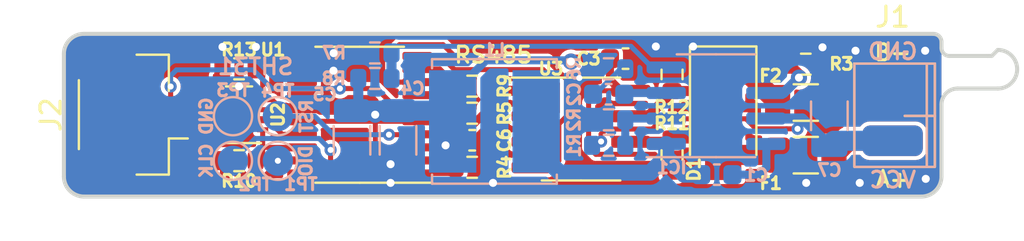
<source format=kicad_pcb>
(kicad_pcb (version 20221018) (generator pcbnew)
  (layers (0 "F.Cu" signal) (31 "B.Cu" signal) (34 "B.Paste" user) (35 "F.Paste" user) (36 "B.SilkS" user "B.Silkscreen") (37 "F.SilkS" user "F.Silkscreen") (38 "B.Mask" user) (39 "F.Mask" user) (44 "Edge.Cuts" user))
  (net 0 "")
  (net 1 "Net-(IC1-BST)")
  (net 2 "Net-(IC1-SW)")
  (net 3 "Net-(IC1-COMP)")
  (net 4 "Net-(C2-Pad2)")
  (net 5 "+3.3V")
  (net 6 "GND")
  (net 7 "Net-(D1-A1)")
  (net 8 "Net-(D1-A2)")
  (net 9 "A+")
  (net 10 "B-")
  (net 11 "Net-(IC1-EN)")
  (net 12 "Net-(IC1-FB)")
  (net 13 "Net-(IC1-FREQ)")
  (net 14 "VCC")
  (net 15 "ADC")
  (net 16 "RS_RX")
  (net 17 "Net-(U1-BOOT0)")
  (net 18 "SDA")
  (net 19 "SCL")
  (net 20 "Net-(U1-NRST)")
  (net 21 "Net-(U3-RO)")
  (net 24 "RS_TX")
  (net 25 "RS_TE")
  (net 30 "SWDIO")
  (net 31 "SWCLK")
  (footprint "Resistor_SMD:R_0603_1608Metric" (layer "F.Cu") (at 134.7014 122.1416)
    (fp_text reference "R13" (at -0.0014 -0.9516) (layer "F.SilkS") (effects (font (size 0.6 0.6))))
    (fp_text value "4k7")
    (fp_line (start -0.237258 -0.5225) (end 0.237258 -0.5225) (stroke (width 0.12)) (layer "F.SilkS"))
    (fp_line (start -0.237258 0.5225) (end 0.237258 0.5225) (stroke (width 0.12)) (layer "F.SilkS"))
    (pad "1" smd roundrect (at -0.825 0) (size 0.8 0.95) (layers "F.Cu" "F.Paste" "F.Mask") (net 5 "+3.3V"))
    (pad "2" smd roundrect (at 0.825 0) (size 0.8 0.95) (layers "F.Cu" "F.Paste" "F.Mask") (net 19 "SCL"))
  )
  (footprint "Resistor_SMD:R_0603_1608Metric" (layer "F.Cu") (at 162.86 121.91)
    (fp_text reference "R3" (at 1.77 -0.01) (layer "F.SilkS") (effects (font (size 0.6 0.6))))
    (fp_text value "100k")
    (fp_line (start -0.237258 -0.5225) (end 0.237258 -0.5225) (stroke (width 0.12)) (layer "F.SilkS"))
    (fp_line (start -0.237258 0.5225) (end 0.237258 0.5225) (stroke (width 0.12)) (layer "F.SilkS"))
    (pad "1" smd roundrect (at -0.825 0) (size 0.8 0.95) (layers "F.Cu" "F.Paste" "F.Mask") (net 13 "Net-(IC1-FREQ)"))
    (pad "2" smd roundrect (at 0.825 0) (size 0.8 0.95) (layers "F.Cu" "F.Paste" "F.Mask") (net 6 "GND"))
  )
  (footprint "Fuse:Fuse_1206_3216Metric" (layer "F.Cu") (at 162.86 126.44)
    (fp_text reference "F1" (at -1.74 1.4) (layer "F.SilkS") (effects (font (size 0.6 0.6))))
    (fp_text value "RSF")
    (fp_line (start -0.602064 -0.91) (end 0.602064 -0.91) (stroke (width 0.12)) (layer "F.SilkS"))
    (fp_line (start -0.602064 0.91) (end 0.602064 0.91) (stroke (width 0.12)) (layer "F.SilkS"))
    (pad "1" smd roundrect (at -1.4 0) (size 1.25 1.75) (layers "F.Cu" "F.Paste" "F.Mask") (roundrect_rratio 0.2) (net 8 "Net-(D1-A2)"))
    (pad "2" smd roundrect (at 1.4 0) (size 1.25 1.75) (layers "F.Cu" "F.Paste" "F.Mask") (roundrect_rratio 0.2) (net 9 "A+"))
  )
  (footprint "Anh_Footprints:Conn_02x02_Horizontal_2Layer" (layer "F.Cu") (at 167.1737 124.473)
    (fp_text reference "J1" (at 0 -4.91 unlocked) (layer "F.SilkS"))
    (fp_text value "Connector")
    (fp_line (start 0.6 0.01) (end 2.1 0.01) (stroke (width 0.12)) (layer "B.SilkS"))
    (fp_line (start 1.7 -2.59) (end 1.7 2.55) (stroke (width 0.12)) (layer "B.SilkS"))
    (fp_rect (start 2.1 -2.59) (end -1.9 2.55) (stroke (width 0.12)) (fill none) (layer "B.SilkS"))
    (fp_line (start 0.6 0.01) (end 2.1 0.01) (stroke (width 0.12)) (layer "F.SilkS"))
    (fp_line (start 1.7 -2.59) (end 1.7 2.55) (stroke (width 0.12)) (layer "F.SilkS"))
    (fp_rect (start -1.9 -2.59) (end 2.1 2.55) (stroke (width 0.12)) (fill none) (layer "F.SilkS"))
    (pad "1" smd roundrect (at 0 -1.29) (size 3 1.524) (layers "F.Cu" "F.Paste" "F.Mask") (net 10 "B-"))
    (pad "2" smd roundrect (at 0 1.25) (size 3 1.524) (layers "F.Cu" "F.Paste" "F.Mask") (net 9 "A+"))
    (pad "3" smd roundrect (at 0 1.25) (size 3 1.524) (layers "B.Cu" "B.Paste" "B.Mask") (net 14 "VCC"))
    (pad "4" smd roundrect (at 0 -1.29) (size 3 1.524) (layers "B.Cu" "B.Paste" "B.Mask") (net 6 "GND"))
  )
  (footprint "Resistor_SMD:R_0603_1608Metric" (layer "F.Cu") (at 146.2838 123.0052)
    (fp_text reference "R9" (at 1.6062 -0.0052 90) (layer "F.SilkS") (effects (font (size 0.6 0.6))))
    (fp_text value "100")
    (fp_line (start -0.237258 -0.5225) (end 0.237258 -0.5225) (stroke (width 0.12)) (layer "F.SilkS"))
    (fp_line (start -0.237258 0.5225) (end 0.237258 0.5225) (stroke (width 0.12)) (layer "F.SilkS"))
    (pad "1" smd roundrect (at -0.825 0) (size 0.8 0.95) (layers "F.Cu" "F.Paste" "F.Mask") (net 16 "RS_RX"))
    (pad "2" smd roundrect (at 0.825 0) (size 0.8 0.95) (layers "F.Cu" "F.Paste" "F.Mask") (net 21 "Net-(U3-RO)"))
  )
  (footprint "Sensor_Humidity:Sensirion_DFN-8-1EP_2.5x2.5mm_P0.5mm_EP1.1x1.7mm" (layer "F.Cu") (at 134.7014 124.4276 180)
    (fp_text reference "U2" (at -1.9386 -0.0024 90) (layer "F.SilkS") (effects (font (size 0.6 0.6))))
    (fp_text value "SHT31-DIS")
    (fp_line (start -1.09 -1.41) (end 0.65 -1.41) (stroke (width 0.12)) (layer "F.SilkS"))
    (fp_line (start -0.65 1.41) (end 0.65 1.41) (stroke (width 0.12)) (layer "F.SilkS"))
    (pad "1" smd rect (at -1.175 -0.75 180) (size 0.55 0.25) (layers "F.Cu" "F.Paste" "F.Mask") (net 18 "SDA"))
    (pad "2" smd rect (at -1.175 -0.25 180) (size 0.55 0.25) (layers "F.Cu" "F.Paste" "F.Mask") (net 6 "GND"))
    (pad "3" smd rect (at -1.175 0.25 180) (size 0.55 0.25) (layers "F.Cu" "F.Paste" "F.Mask"))
    (pad "4" smd rect (at -1.175 0.75) (size 0.55 0.25) (layers "F.Cu" "F.Paste" "F.Mask") (net 19 "SCL"))
    (pad "5" smd rect (at 1.175 0.75 180) (size 0.55 0.25) (layers "F.Cu" "F.Paste" "F.Mask") (net 5 "+3.3V"))
    (pad "6" smd rect (at 1.175 0.25 180) (size 0.55 0.25) (layers "F.Cu" "F.Paste" "F.Mask"))
    (pad "7" smd rect (at 1.175 -0.25 180) (size 0.55 0.25) (layers "F.Cu" "F.Paste" "F.Mask") (net 6 "GND"))
    (pad "8" smd rect (at 1.175 -0.75 180) (size 0.55 0.25) (layers "F.Cu" "F.Paste" "F.Mask") (net 6 "GND"))
    (pad "9" smd custom (at 0 0 180) (size 1 1) (layers "F.Cu" "F.Mask") (net 6 "GND") (options (clearance outline) (anchor circle)) (primitives (gr_poly (pts (xy 0.5 0.85) (xy -0.5 0.85) (xy -0.5 -0.55) (xy -0.2 -0.85) (xy 0.5 -0.85)) (width 0) (fill yes))))
  )
  (footprint "Connector_JST:JST_GH_BM02B-GHS-TBT_1x02-1MP_P1.25mm_Vertical" (layer "F.Cu") (at 129.3537 124.423 90)
    (fp_text reference "J2" (at 0 -4 90) (layer "F.SilkS"))
    (fp_text value "ADC")
    (fp_line (start -2.985 0.26) (end -2.985 1.86) (stroke (width 0.12)) (layer "F.SilkS"))
    (fp_line (start -2.985 1.86) (end -1.185 1.86) (stroke (width 0.12)) (layer "F.SilkS"))
    (fp_line (start -1.715 -2.61) (end 1.715 -2.61) (stroke (width 0.12)) (layer "F.SilkS"))
    (fp_line (start -1.185 1.86) (end -1.185 2.8) (stroke (width 0.12)) (layer "F.SilkS"))
    (fp_line (start 2.985 0.26) (end 2.985 1.86) (stroke (width 0.12)) (layer "F.SilkS"))
    (fp_line (start 2.985 1.86) (end 1.185 1.86) (stroke (width 0.12)) (layer "F.SilkS"))
    (pad "1" smd roundrect (at -0.625 1.95 90) (size 0.6 1.7) (layers "F.Cu" "F.Paste" "F.Mask") (net 6 "GND"))
    (pad "2" smd roundrect (at 0.625 1.95 90) (size 0.6 1.7) (layers "F.Cu" "F.Paste" "F.Mask") (net 15 "ADC"))
    (pad "MP" smd roundrect (at -2.475 -1.4 90) (size 1 2.8) (layers "F.Cu" "F.Paste" "F.Mask"))
    (pad "MP" smd roundrect (at 2.475 -1.4 90) (size 1 2.8) (layers "F.Cu" "F.Paste" "F.Mask"))
  )
  (footprint "Capacitor_SMD:C_0603_1608Metric" (layer "F.Cu") (at 146.2838 125.6976)
    (fp_text reference "C6" (at 1.5962 0.0024 90) (layer "F.SilkS") (effects (font (size 0.6 0.6))))
    (fp_text value "100nF")
    (fp_line (start -0.14058 -0.51) (end 0.14058 -0.51) (stroke (width 0.12)) (layer "F.SilkS"))
    (fp_line (start -0.14058 0.51) (end 0.14058 0.51) (stroke (width 0.12)) (layer "F.SilkS"))
    (pad "1" smd roundrect (at -0.775 0) (size 0.9 0.95) (layers "F.Cu" "F.Paste" "F.Mask") (net 5 "+3.3V"))
    (pad "2" smd roundrect (at 0.775 0) (size 0.9 0.95) (layers "F.Cu" "F.Paste" "F.Mask") (net 6 "GND"))
  )
  (footprint "Package_SO:TSSOP-20_4.4x6.5mm_P0.65mm" (layer "F.Cu") (at 140.6958 124.4276 180)
    (fp_text reference "U1" (at 4.3058 3.2376) (layer "F.SilkS") (effects (font (size 0.6 0.6))))
    (fp_text value "STM32F030F4Px")
    (fp_line (start 0 -3.385) (end -3.6 -3.385) (stroke (width 0.12)) (layer "F.SilkS"))
    (fp_line (start 0 -3.385) (end 2.2 -3.385) (stroke (width 0.12)) (layer "F.SilkS"))
    (fp_line (start 0 3.385) (end -2.2 3.385) (stroke (width 0.12)) (layer "F.SilkS"))
    (fp_line (start 0 3.385) (end 2.2 3.385) (stroke (width 0.12)) (layer "F.SilkS"))
    (pad "1" smd roundrect (at -2.8625 -2.925 180) (size 1.475 0.4) (layers "F.Cu" "F.Paste" "F.Mask") (net 17 "Net-(U1-BOOT0)"))
    (pad "2" smd roundrect (at -2.8625 -2.275 180) (size 1.475 0.4) (layers "F.Cu" "F.Paste" "F.Mask"))
    (pad "3" smd roundrect (at -2.8625 -1.625 180) (size 1.475 0.4) (layers "F.Cu" "F.Paste" "F.Mask"))
    (pad "4" smd roundrect (at -2.8625 -0.975 180) (size 1.475 0.4) (layers "F.Cu" "F.Paste" "F.Mask") (net 20 "Net-(U1-NRST)"))
    (pad "5" smd roundrect (at -2.8625 -0.325 180) (size 1.475 0.4) (layers "F.Cu" "F.Paste" "F.Mask") (net 5 "+3.3V"))
    (pad "6" smd roundrect (at -2.8625 0.325 180) (size 1.475 0.4) (layers "F.Cu" "F.Paste" "F.Mask") (net 15 "ADC"))
    (pad "7" smd roundrect (at -2.8625 0.975 180) (size 1.475 0.4) (layers "F.Cu" "F.Paste" "F.Mask"))
    (pad "8" smd roundrect (at -2.8625 1.625 180) (size 1.475 0.4) (layers "F.Cu" "F.Paste" "F.Mask") (net 24 "RS_TX"))
    (pad "9" smd roundrect (at -2.8625 2.275 180) (size 1.475 0.4) (layers "F.Cu" "F.Paste" "F.Mask") (net 16 "RS_RX"))
    (pad "10" smd roundrect (at -2.8625 2.925 180) (size 1.475 0.4) (layers "F.Cu" "F.Paste" "F.Mask") (net 25 "RS_TE"))
    (pad "11" smd roundrect (at 2.8625 2.925 180) (size 1.475 0.4) (layers "F.Cu" "F.Paste" "F.Mask"))
    (pad "12" smd roundrect (at 2.8625 2.275 180) (size 1.475 0.4) (layers "F.Cu" "F.Paste" "F.Mask"))
    (pad "13" smd roundrect (at 2.8625 1.625 180) (size 1.475 0.4) (layers "F.Cu" "F.Paste" "F.Mask"))
    (pad "14" smd roundrect (at 2.8625 0.975 180) (size 1.475 0.4) (layers "F.Cu" "F.Paste" "F.Mask"))
    (pad "15" smd roundrect (at 2.8625 0.325 180) (size 1.475 0.4) (layers "F.Cu" "F.Paste" "F.Mask") (net 6 "GND"))
    (pad "16" smd roundrect (at 2.8625 -0.325 180) (size 1.475 0.4) (layers "F.Cu" "F.Paste" "F.Mask") (net 5 "+3.3V"))
    (pad "17" smd roundrect (at 2.8625 -0.975 180) (size 1.475 0.4) (layers "F.Cu" "F.Paste" "F.Mask") (net 19 "SCL"))
    (pad "18" smd roundrect (at 2.8625 -1.625 180) (size 1.475 0.4) (layers "F.Cu" "F.Paste" "F.Mask") (net 18 "SDA"))
    (pad "19" smd roundrect (at 2.8625 -2.275 180) (size 1.475 0.4) (layers "F.Cu" "F.Paste" "F.Mask") (net 30 "SWDIO"))
    (pad "20" smd roundrect (at 2.8625 -2.925 180) (size 1.475 0.4) (layers "F.Cu" "F.Paste" "F.Mask") (net 31 "SWCLK"))
  )
  (footprint "Package_SO:SOIC-8_3.9x4.9mm_P1.27mm" (layer "F.Cu") (at 151.694 125.1388)
    (fp_text reference "U3" (at -1.494 -2.9988) (layer "F.SilkS") (effects (font (size 0.6 0.6))))
    (fp_text value "SP3485EN")
    (fp_line (start 0 -2.56) (end -3.45 -2.56) (stroke (width 0.12)) (layer "F.SilkS"))
    (fp_line (start 0 -2.56) (end 1.95 -2.56) (stroke (width 0.12)) (layer "F.SilkS"))
    (fp_line (start 0 2.56) (end -1.95 2.56) (stroke (width 0.12)) (layer "F.SilkS"))
    (fp_line (start 0 2.56) (end 1.95 2.56) (stroke (width 0.12)) (layer "F.SilkS"))
    (pad "1" smd roundrect (at -2.475 -1.905) (size 1.95 0.6) (layers "F.Cu" "F.Paste" "F.Mask") (net 21 "Net-(U3-RO)"))
    (pad "2" smd roundrect (at -2.475 -0.635) (size 1.95 0.6) (layers "F.Cu" "F.Paste" "F.Mask") (net 25 "RS_TE"))
    (pad "3" smd roundrect (at -2.475 0.635) (size 1.95 0.6) (layers "F.Cu" "F.Paste" "F.Mask") (net 25 "RS_TE"))
    (pad "4" smd roundrect (at -2.475 1.905) (size 1.95 0.6) (layers "F.Cu" "F.Paste" "F.Mask") (net 24 "RS_TX"))
    (pad "5" smd roundrect (at 2.475 1.905) (size 1.95 0.6) (layers "F.Cu" "F.Paste" "F.Mask") (net 6 "GND"))
    (pad "6" smd roundrect (at 2.475 0.635) (size 1.95 0.6) (layers "F.Cu" "F.Paste" "F.Mask") (net 8 "Net-(D1-A2)"))
    (pad "7" smd roundrect (at 2.475 -0.635) (size 1.95 0.6) (layers "F.Cu" "F.Paste" "F.Mask") (net 7 "Net-(D1-A1)"))
    (pad "8" smd roundrect (at 2.475 -1.905) (size 1.95 0.6) (layers "F.Cu" "F.Paste" "F.Mask") (net 5 "+3.3V"))
  )
  (footprint "Resistor_SMD:R_0603_1608Metric" (layer "F.Cu") (at 156.2152 122.421 90)
    (fp_text reference "R12" (at -1.629 -0.0052 180) (layer "F.SilkS") (effects (font (size 0.6 0.6))))
    (fp_text value "4k7")
    (fp_line (start -0.237258 -0.5225) (end 0.237258 -0.5225) (stroke (width 0.12)) (layer "F.SilkS"))
    (fp_line (start -0.237258 0.5225) (end 0.237258 0.5225) (stroke (width 0.12)) (layer "F.SilkS"))
    (pad "1" smd roundrect (at -0.825 0 90) (size 0.8 0.95) (layers "F.Cu" "F.Paste" "F.Mask") (net 7 "Net-(D1-A1)"))
    (pad "2" smd roundrect (at 0.825 0 90) (size 0.8 0.95) (layers "F.Cu" "F.Paste" "F.Mask") (net 6 "GND"))
  )
  (footprint "Resistor_SMD:R_0603_1608Metric" (layer "F.Cu") (at 146.2838 127.0438 180)
    (fp_text reference "R4" (at -1.6162 0.0038 90) (layer "F.SilkS") (effects (font (size 0.6 0.6))))
    (fp_text value "5k6")
    (fp_line (start -0.237258 -0.5225) (end 0.237258 -0.5225) (stroke (width 0.12)) (layer "F.SilkS"))
    (fp_line (start -0.237258 0.5225) (end 0.237258 0.5225) (stroke (width 0.12)) (layer "F.SilkS"))
    (pad "1" smd roundrect (at -0.825 0 180) (size 0.8 0.95) (layers "F.Cu" "F.Paste" "F.Mask") (net 6 "GND"))
    (pad "2" smd roundrect (at 0.825 0 180) (size 0.8 0.95) (layers "F.Cu" "F.Paste" "F.Mask") (net 17 "Net-(U1-BOOT0)"))
  )
  (footprint "Capacitor_SMD:C_0603_1608Metric" (layer "F.Cu") (at 153.9038 121.6336)
    (fp_text reference "C3" (at -1.8338 0.0064) (layer "F.SilkS") (effects (font (size 0.6 0.6))))
    (fp_text value "100nF")
    (fp_line (start -0.14058 -0.51) (end 0.14058 -0.51) (stroke (width 0.12)) (layer "F.SilkS"))
    (fp_line (start -0.14058 0.51) (end 0.14058 0.51) (stroke (width 0.12)) (layer "F.SilkS"))
    (pad "1" smd roundrect (at -0.775 0) (size 0.9 0.95) (layers "F.Cu" "F.Paste" "F.Mask") (net 5 "+3.3V"))
    (pad "2" smd roundrect (at 0.775 0) (size 0.9 0.95) (layers "F.Cu" "F.Paste" "F.Mask") (net 6 "GND"))
  )
  (footprint "Resistor_SMD:R_0603_1608Metric" (layer "F.Cu") (at 134.7014 126.7136)
    (fp_text reference "R10" (at -0.0014 1.0164) (layer "F.SilkS") (effects (font (size 0.6 0.6))))
    (fp_text value "4k7")
    (fp_line (start -0.237258 -0.5225) (end 0.237258 -0.5225) (stroke (width 0.12)) (layer "F.SilkS"))
    (fp_line (start -0.237258 0.5225) (end 0.237258 0.5225) (stroke (width 0.12)) (layer "F.SilkS"))
    (pad "1" smd roundrect (at -0.825 0) (size 0.8 0.95) (layers "F.Cu" "F.Paste" "F.Mask") (net 5 "+3.3V"))
    (pad "2" smd roundrect (at 0.825 0) (size 0.8 0.95) (layers "F.Cu" "F.Paste" "F.Mask") (net 18 "SDA"))
  )
  (footprint "Fuse:Fuse_1206_3216Metric" (layer "F.Cu") (at 162.86 123.82)
    (fp_text reference "F2" (at -1.75 -1.33) (layer "F.SilkS") (effects (font (size 0.6 0.6))))
    (fp_text value "RSF")
    (fp_line (start -0.602064 -0.91) (end 0.602064 -0.91) (stroke (width 0.12)) (layer "F.SilkS"))
    (fp_line (start -0.602064 0.91) (end 0.602064 0.91) (stroke (width 0.12)) (layer "F.SilkS"))
    (pad "1" smd roundrect (at -1.4 0) (size 1.25 1.75) (layers "F.Cu" "F.Paste" "F.Mask") (roundrect_rratio 0.2) (net 7 "Net-(D1-A1)"))
    (pad "2" smd roundrect (at 1.4 0) (size 1.25 1.75) (layers "F.Cu" "F.Paste" "F.Mask") (roundrect_rratio 0.2) (net 10 "B-"))
  )
  (footprint "Resistor_SMD:R_0603_1608Metric" (layer "F.Cu") (at 156.2152 126.4342 90)
    (fp_text reference "R11" (at 1.5742 -0.0052) (layer "F.SilkS") (effects (font (size 0.6 0.6))))
    (fp_text value "4k7")
    (fp_line (start -0.237258 -0.5225) (end 0.237258 -0.5225) (stroke (width 0.12)) (layer "F.SilkS"))
    (fp_line (start -0.237258 0.5225) (end 0.237258 0.5225) (stroke (width 0.12)) (layer "F.SilkS"))
    (pad "1" smd roundrect (at -0.825 0 90) (size 0.8 0.95) (layers "F.Cu" "F.Paste" "F.Mask") (net 5 "+3.3V"))
    (pad "2" smd roundrect (at 0.825 0 90) (size 0.8 0.95) (layers "F.Cu" "F.Paste" "F.Mask") (net 8 "Net-(D1-A2)"))
  )
  (footprint "Diode_SMD:D_SMA" (layer "F.Cu") (at 158.7552 124.4276 -90)
    (fp_text reference "D1" (at 2.7224 1.4552 90) (layer "F.SilkS") (effects (font (size 0.6 0.6))))
    (fp_text value "D_TVS")
    (fp_line (start -3.4 -1.65) (end -3.4 1.65) (stroke (width 0.12)) (layer "F.SilkS"))
    (fp_line (start -3.4 -1.65) (end 2 -1.65) (stroke (width 0.12)) (layer "F.SilkS"))
    (fp_line (start -3.4 1.65) (end 2 1.65) (stroke (width 0.12)) (layer "F.SilkS"))
    (pad "1" smd rect (at -2 0 270) (size 2.5 1.8) (layers "F.Cu" "F.Paste" "F.Mask") (net 7 "Net-(D1-A1)"))
    (pad "2" smd rect (at 2 0 270) (size 2.5 1.8) (layers "F.Cu" "F.Paste" "F.Mask") (net 8 "Net-(D1-A2)"))
  )
  (footprint "Resistor_SMD:R_0603_1608Metric" (layer "F.Cu") (at 146.2838 124.3514)
    (fp_text reference "R5" (at 1.6062 0.0086 90) (layer "F.SilkS") (effects (font (size 0.6 0.6))))
    (fp_text value "10k")
    (fp_line (start -0.237258 -0.5225) (end 0.237258 -0.5225) (stroke (width 0.12)) (layer "F.SilkS"))
    (fp_line (start -0.237258 0.5225) (end 0.237258 0.5225) (stroke (width 0.12)) (layer "F.SilkS"))
    (pad "1" smd roundrect (at -0.825 0) (size 0.8 0.95) (layers "F.Cu" "F.Paste" "F.Mask") (net 20 "Net-(U1-NRST)"))
    (pad "2" smd roundrect (at 0.825 0) (size 0.8 0.95) (layers "F.Cu" "F.Paste" "F.Mask") (net 5 "+3.3V"))
  )
  (footprint "TestPoint:TestPoint_Pad_D1.5mm" (layer "B.Cu") (at 134.399896 124.4994)
    (fp_text reference "TP3" (at 0.000104 -1.2894) (layer "B.SilkS") (effects (font (size 0.6 0.6)) (justify mirror)))
    (fp_text value "GND")
    (fp_circle (center 0 0) (end 0 -0.95) (stroke (width 0.12)) (fill none) (layer "B.SilkS"))
    (pad "1" smd circle (at 0 0) (size 1.5 1.5) (layers "B.Cu" "B.Mask") (net 6 "GND"))
  )
  (footprint "TestPoint:TestPoint_Pad_D1.5mm" (layer "B.Cu") (at 134.3948 126.72)
    (fp_text reference "TP2" (at 1.0952 1.18) (layer "B.SilkS") (effects (font (size 0.6 0.6)) (justify mirror)))
    (fp_text value "CLK")
    (fp_circle (center 0 0) (end 0 -0.95) (stroke (width 0.12)) (fill none) (layer "B.SilkS"))
    (pad "1" smd circle (at 0 0) (size 1.5 1.5) (layers "B.Cu" "B.Mask") (net 31 "SWCLK"))
  )
  (footprint "Capacitor_SMD:C_1206_3216Metric" (layer "B.Cu") (at 164.03 124.48 90)
    (fp_text reference "C7" (at -2.71 0.01 180) (layer "B.SilkS") (effects (font (size 0.6 0.6)) (justify mirror)))
    (fp_text value "10uF")
    (fp_line (start -0.711252 -0.91) (end 0.711252 -0.91) (stroke (width 0.12)) (layer "B.SilkS"))
    (fp_line (start -0.711252 0.91) (end 0.711252 0.91) (stroke (width 0.12)) (layer "B.SilkS"))
    (pad "1" smd roundrect (at -1.475 0 90) (size 1.15 1.8) (layers "B.Cu" "B.Paste" "B.Mask") (roundrect_rratio 0.217391) (net 14 "VCC"))
    (pad "2" smd roundrect (at 1.475 0 90) (size 1.15 1.8) (layers "B.Cu" "B.Paste" "B.Mask") (roundrect_rratio 0.217391) (net 6 "GND"))
  )
  (footprint "Package_SO:SOIC-8-1EP_3.9x4.9mm_P1.27mm_EP2.29x3mm" (layer "B.Cu") (at 158.4 123.98)
    (fp_text reference "IC1" (at -2.2 3.08) (layer "B.SilkS") (effects (font (size 0.6 0.6)) (justify mirror)))
    (fp_text value "MP1584EN")
    (fp_line (start 0 -2.56) (end -1.95 -2.56) (stroke (width 0.12)) (layer "B.SilkS"))
    (fp_line (start 0 -2.56) (end 1.95 -2.56) (stroke (width 0.12)) (layer "B.SilkS"))
    (fp_line (start 0 2.56) (end -3.45 2.56) (stroke (width 0.12)) (layer "B.SilkS"))
    (fp_line (start 0 2.56) (end 1.95 2.56) (stroke (width 0.12)) (layer "B.SilkS"))
    (pad "1" smd roundrect (at -2.475 1.905) (size 1.95 0.6) (layers "B.Cu" "B.Paste" "B.Mask") (net 2 "Net-(IC1-SW)"))
    (pad "2" smd roundrect (at -2.475 0.635) (size 1.95 0.6) (layers "B.Cu" "B.Paste" "B.Mask") (net 11 "Net-(IC1-EN)"))
    (pad "3" smd roundrect (at -2.475 -0.635) (size 1.95 0.6) (layers "B.Cu" "B.Paste" "B.Mask") (net 3 "Net-(IC1-COMP)"))
    (pad "4" smd roundrect (at -2.475 -1.905) (size 1.95 0.6) (layers "B.Cu" "B.Paste" "B.Mask") (net 12 "Net-(IC1-FB)"))
    (pad "5" smd roundrect (at 2.475 -1.905) (size 1.95 0.6) (layers "B.Cu" "B.Paste" "B.Mask") (net 6 "GND"))
    (pad "6" smd roundrect (at 2.475 -0.635) (size 1.95 0.6) (layers "B.Cu" "B.Paste" "B.Mask") (net 13 "Net-(IC1-FREQ)"))
    (pad "7" smd roundrect (at 2.475 0.635) (size 1.95 0.6) (layers "B.Cu" "B.Paste" "B.Mask") (net 14 "VCC"))
    (pad "8" smd roundrect (at 2.475 1.905) (size 1.95 0.6) (layers "B.Cu" "B.Paste" "B.Mask") (net 1 "Net-(IC1-BST)"))
    (pad "9" smd rect (at 0 0) (size 2.29 3) (layers "B.Cu" "B.Mask") (net 6 "GND"))
  )
  (footprint "Resistor_SMD:R_0603_1608Metric" (layer "B.Cu") (at 153.066 125.9486)
    (fp_text reference "R1" (at -1.716 0.0114 90) (layer "B.SilkS") (effects (font (size 0.6 0.6)) (justify mirror)))
    (fp_text value "100k")
    (fp_line (start -0.237258 -0.5225) (end 0.237258 -0.5225) (stroke (width 0.12)) (layer "B.SilkS"))
    (fp_line (start -0.237258 0.5225) (end 0.237258 0.5225) (stroke (width 0.12)) (layer "B.SilkS"))
    (pad "1" smd roundrect (at -0.825 0) (size 0.8 0.95) (layers "B.Cu" "B.Paste" "B.Mask") (net 14 "VCC"))
    (pad "2" smd roundrect (at 0.825 0) (size 0.8 0.95) (layers "B.Cu" "B.Paste" "B.Mask") (net 11 "Net-(IC1-EN)"))
  )
  (footprint "Capacitor_SMD:C_0603_1608Metric" (layer "B.Cu") (at 158.44 127.41 180)
    (fp_text reference "C1" (at -1.96 -0.02) (layer "B.SilkS") (effects (font (size 0.6 0.6)) (justify mirror)))
    (fp_text value "100nF")
    (fp_line (start -0.14058 -0.51) (end 0.14058 -0.51) (stroke (width 0.12)) (layer "B.SilkS"))
    (fp_line (start -0.14058 0.51) (end 0.14058 0.51) (stroke (width 0.12)) (layer "B.SilkS"))
    (pad "1" smd roundrect (at -0.775 0 180) (size 0.9 0.95) (layers "B.Cu" "B.Paste" "B.Mask") (net 1 "Net-(IC1-BST)"))
    (pad "2" smd roundrect (at 0.775 0 180) (size 0.9 0.95) (layers "B.Cu" "B.Paste" "B.Mask") (net 2 "Net-(IC1-SW)"))
  )
  (footprint "TestPoint:TestPoint_Pad_D1.5mm" (layer "B.Cu") (at 136.63 126.72)
    (fp_text reference "TP1" (at 1.14 1.17) (layer "B.SilkS") (effects (font (size 0.6 0.6)) (justify mirror)))
    (fp_text value "DIO")
    (fp_circle (center 0 0) (end 0 -0.95) (stroke (width 0.12)) (fill none) (layer "B.SilkS"))
    (pad "1" smd circle (at 0 0) (size 1.5 1.5) (layers "B.Cu" "B.Mask") (net 30 "SWDIO"))
  )
  (footprint "TestPoint:TestPoint_Pad_D1.5mm" (layer "B.Cu") (at 136.629896 124.4994)
    (fp_text reference "TP4" (at -0.009896 -1.2594) (layer "B.SilkS") (effects (font (size 0.6 0.6)) (justify mirror)))
    (fp_text value "RESET")
    (fp_circle (center 0 0) (end 0 -0.95) (stroke (width 0.12)) (fill none) (layer "B.SilkS"))
    (pad "1" smd circle (at 0 0) (size 1.5 1.5) (layers "B.Cu" "B.Mask") (net 20 "Net-(U1-NRST)"))
  )
  (footprint "Resistor_SMD:R_0603_1608Metric" (layer "B.Cu") (at 153.066 122.1386 180)
    (fp_text reference "R6" (at 1.716 0.0086 90) (layer "B.SilkS") (effects (font (size 0.6 0.6)) (justify mirror)))
    (fp_text value "100k")
    (fp_line (start -0.237258 -0.5225) (end 0.237258 -0.5225) (stroke (width 0.12)) (layer "B.SilkS"))
    (fp_line (start -0.237258 0.5225) (end 0.237258 0.5225) (stroke (width 0.12)) (layer "B.SilkS"))
    (pad "1" smd roundrect (at -0.825 0 180) (size 0.8 0.95) (layers "B.Cu" "B.Paste" "B.Mask") (net 4 "Net-(C2-Pad2)"))
    (pad "2" smd roundrect (at 0.825 0 180) (size 0.8 0.95) (layers "B.Cu" "B.Paste" "B.Mask") (net 6 "GND"))
  )
  (footprint "Capacitor_SMD:C_1206_3216Metric" (layer "B.Cu") (at 140.314 125.7 -90)
    (fp_text reference "C5" (at -2.28 1.354 180) (layer "B.SilkS") (effects (font (size 0.6 0.6)) (justify mirror)))
    (fp_text value "10uF")
    (fp_line (start -0.711252 -0.91) (end 0.711252 -0.91) (stroke (width 0.12)) (layer "B.SilkS"))
    (fp_line (start -0.711252 0.91) (end 0.711252 0.91) (stroke (width 0.12)) (layer "B.SilkS"))
    (pad "1" smd roundrect (at -1.475 0 270) (size 1.15 1.8) (layers "B.Cu" "B.Paste" "B.Mask") (roundrect_rratio 0.217391) (net 5 "+3.3V"))
    (pad "2" smd roundrect (at 1.475 0 270) (size 1.15 1.8) (layers "B.Cu" "B.Paste" "B.Mask") (roundrect_rratio 0.217391) (net 6 "GND"))
  )
  (footprint "Resistor_SMD:R_0603_1608Metric" (layer "B.Cu") (at 141.45 121.35 180)
    (fp_text reference "R7" (at 2.03 0) (layer "B.SilkS") (effects (font (size 0.6 0.6)) (justify mirror)))
    (fp_text value "22k")
    (fp_line (start -0.237258 -0.5225) (end 0.237258 -0.5225) (stroke (width 0.12)) (layer "B.SilkS"))
    (fp_line (start -0.237258 0.5225) (end 0.237258 0.5225) (stroke (width 0.12)) (layer "B.SilkS"))
    (pad "1" smd roundrect (at -0.825 0 180) (size 0.8 0.95) (layers "B.Cu" "B.Paste" "B.Mask") (net 12 "Net-(IC1-FB)"))
    (pad "2" smd roundrect (at 0.825 0 180) (size 0.8 0.95) (layers "B.Cu" "B.Paste" "B.Mask") (net 6 "GND"))
  )
  (footprint "Capacitor_SMD:C_1206_3216Metric" (layer "B.Cu") (at 142.6 125.7 -90)
    (fp_text reference "C4" (at -2.58 -0.73 180) (layer "B.SilkS") (effects (font (size 0.6 0.6)) (justify mirror)))
    (fp_text value "1uF")
    (fp_line (start -0.711252 -0.91) (end 0.711252 -0.91) (stroke (width 0.12)) (layer "B.SilkS"))
    (fp_line (start -0.711252 0.91) (end 0.711252 0.91) (stroke (width 0.12)) (layer "B.SilkS"))
    (pad "1" smd roundrect (at -1.475 0 270) (size 1.15 1.8) (layers "B.Cu" "B.Paste" "B.Mask") (roundrect_rratio 0.217391) (net 5 "+3.3V"))
    (pad "2" smd roundrect (at 1.475 0 270) (size 1.15 1.8) (layers "B.Cu" "B.Paste" "B.Mask") (roundrect_rratio 0.217391) (net 6 "GND"))
  )
  (footprint "Capacitor_SMD:C_0603_1608Metric" (layer "B.Cu") (at 153.066 123.4086 180)
    (fp_text reference "C2" (at 1.716 -0.0014 90) (layer "B.SilkS") (effects (font (size 0.6 0.6)) (justify mirror)))
    (fp_text value "22pF")
    (fp_line (start -0.14058 -0.51) (end 0.14058 -0.51) (stroke (width 0.12)) (layer "B.SilkS"))
    (fp_line (start -0.14058 0.51) (end 0.14058 0.51) (stroke (width 0.12)) (layer "B.SilkS"))
    (pad "1" smd roundrect (at -0.775 0 180) (size 0.9 0.95) (layers "B.Cu" "B.Paste" "B.Mask") (net 3 "Net-(IC1-COMP)"))
    (pad "2" smd roundrect (at 0.775 0 180) (size 0.9 0.95) (layers "B.Cu" "B.Paste" "B.Mask") (net 4 "Net-(C2-Pad2)"))
  )
  (footprint "Inductor_SMD:L_Bourns_SRN6045TA" (layer "B.Cu") (at 147.39 124.76 180)
    (fp_text reference "L1" (at 0 3.55) (layer "B.SilkS") (effects (font (size 0.6 0.6)) (justify mirror)))
    (fp_text value "10uH")
    (fp_line (start -3.1 -3.1) (end -3.1 -2.65) (stroke (width 0.12)) (layer "B.SilkS"))
    (fp_line (start -3.1 3.1) (end -3.1 2.65) (stroke (width 0.12)) (layer "B.SilkS"))
    (fp_line (start -3.1 3.1) (end 3.1 3.1) (stroke (width 0.12)) (layer "B.SilkS"))
    (fp_line (start 3.1 -3.1) (end -3.1 -3.1) (stroke (width 0.12)) (layer "B.SilkS"))
    (fp_line (start 3.1 -3.1) (end 3.1 -2.65) (stroke (width 0.12)) (layer "B.SilkS"))
    (fp_line (start 3.1 3.1) (end 3.1 2.65) (stroke (width 0.12)) (layer "B.SilkS"))
    (pad "1" smd rect (at -2.075 0 180) (size 2.35 5.1) (layers "B.Cu" "B.Paste" "B.Mask") (net 2 "Net-(IC1-SW)"))
    (pad "2" smd rect (at 2.075 0 180) (size 2.35 5.1) (layers "B.Cu" "B.Paste" "B.Mask") (net 5 "+3.3V"))
  )
  (footprint "Resistor_SMD:R_0603_1608Metric" (layer "B.Cu") (at 153.066 124.6786 180)
    (fp_text reference "R2" (at 1.726 -0.0014 90) (layer "B.SilkS") (effects (font (size 0.6 0.6)) (justify mirror)))
    (fp_text value "100k")
    (fp_line (start -0.237258 -0.5225) (end 0.237258 -0.5225) (stroke (width 0.12)) (layer "B.SilkS"))
    (fp_line (start -0.237258 0.5225) (end 0.237258 0.5225) (stroke (width 0.12)) (layer "B.SilkS"))
    (pad "1" smd roundrect (at -0.825 0 180) (size 0.8 0.95) (layers "B.Cu" "B.Paste" "B.Mask") (net 11 "Net-(IC1-EN)"))
    (pad "2" smd roundrect (at 0.825 0 180) (size 0.8 0.95) (layers "B.Cu" "B.Paste" "B.Mask") (net 6 "GND"))
  )
  (footprint "Resistor_SMD:R_0603_1608Metric" (layer "B.Cu") (at 141.45 122.62 180)
    (fp_text reference "R8" (at 2.04 0) (layer "B.SilkS") (effects (font (size 0.6 0.6)) (justify mirror)))
    (fp_text value "68k")
    (fp_line (start -0.237258 -0.5225) (end 0.237258 -0.5225) (stroke (width 0.12)) (layer "B.SilkS"))
    (fp_line (start -0.237258 0.5225) (end 0.237258 0.5225) (stroke (width 0.12)) (layer "B.SilkS"))
    (pad "1" smd roundrect (at -0.825 0 180) (size 0.8 0.95) (layers "B.Cu" "B.Paste" "B.Mask") (net 12 "Net-(IC1-FB)"))
    (pad "2" smd roundrect (at 0.825 0 180) (size 0.8 0.95) (layers "B.Cu" "B.Paste" "B.Mask") (net 5 "+3.3V"))
  )
  (gr_arc (start 169.6 127.5) (mid 169.307107 128.207106) (end 168.6 128.5) (stroke (width 0.2)) (layer "Edge.Cuts"))
  (gr_line (start 169.6 120.8) (end 169.6 121.103) (stroke (width 0.2)) (layer "Edge.Cuts"))
  (gr_arc (start 169.6 123.923) (mid 169.834315 123.357315) (end 170.4 123.123) (stroke (width 0.2)) (layer "Edge.Cuts"))
  (gr_line (start 171.897 121.5) (end 172.1 121.5) (stroke (width 0.2)) (layer "Edge.Cuts"))
  (gr_arc (start 169.997 121.5) (mid 169.716279 121.383721) (end 169.6 121.103) (stroke (width 0.2)) (layer "Edge.Cuts"))
  (gr_line (start 169.997 121.5) (end 171.897 121.5) (stroke (width 0.2)) (layer "Edge.Cuts"))
  (gr_line (start 169.2 120.4) (end 127 120.4) (stroke (width 0.2)) (layer "Edge.Cuts"))
  (gr_arc (start 126 121.4) (mid 126.292893 120.692894) (end 127 120.4) (stroke (width 0.2)) (layer "Edge.Cuts"))
  (gr_arc (start 127 128.5) (mid 126.292894 128.207107) (end 126 127.5) (stroke (width 0.2)) (layer "Edge.Cuts"))
  (gr_arc (start 169.203 120.403) (mid 169.483719 120.519281) (end 169.6 120.8) (stroke (width 0.2)) (layer "Edge.Cuts"))
  (gr_arc (start 172.4 121.2) (mid 173.3615 122.1615) (end 172.4 123.123) (stroke (width 0.2)) (layer "Edge.Cuts"))
  (gr_line (start 169.6 127.5) (end 169.6 123.923) (stroke (width 0.2)) (layer "Edge.Cuts"))
  (gr_line (start 126 121.4) (end 126 127.5) (stroke (width 0.2)) (layer "Edge.Cuts"))
  (gr_line (start 170.4 123.123) (end 172.4 123.123) (stroke (width 0.2)) (layer "Edge.Cuts"))
  (gr_line (start 127 128.5) (end 168.6 128.5) (stroke (width 0.2)) (layer "Edge.Cuts"))
  (gr_line (start 172.1 121.5) (end 172.4 121.2) (stroke (width 0.2)) (layer "Edge.Cuts"))
  (gr_text "CLK" (at 133.07 126.72 90) (layer "B.SilkS") (effects (font (size 0.6 0.6)) (justify mirror)))
  (gr_text "GND" (at 133.07 124.5 90) (layer "B.SilkS") (effects (font (size 0.6 0.6)) (justify mirror)))
  (gr_text "VCC" (at 167.18 127.67) (layer "B.SilkS") (effects (font (size 0.8 0.8)) (justify mirror)))
  (gr_text "RST" (at 138.05 124.5 90) (layer "B.SilkS") (effects (font (size 0.6 0.6)) (justify mirror)))
  (gr_text "GND" (at 167.18 121.28) (layer "B.SilkS") (effects (font (size 0.8 0.8)) (justify mirror)))
  (gr_text "DIO" (at 138.02 126.73 90) (layer "B.SilkS") (effects (font (size 0.6 0.6)) (justify mirror)))
  (gr_text "SHT31" (at 135.52 122.03) (layer "B.SilkS") (effects (font (size 0.8 0.8)) (justify mirror)))
  (gr_text "B-" (at 167.18 121.33) (layer "F.SilkS") (effects (font (size 0.8 0.8))))
  (gr_text "A+" (at 167.19 127.64) (layer "F.SilkS") (effects (font (size 0.8 0.8))))
  (gr_text "RS485" (at 147.34 121.45) (layer "F.SilkS") (effects (font (size 0.8 0.8))))
  (segment (start 160.9 127.05) (end 160.9 125.91) (width 0.4) (layer "B.Cu") (net 1))
  (segment (start 160.9 125.91) (end 160.875 125.885) (width 0.4) (layer "B.Cu") (net 1))
  (segment (start 159.215 127.41) (end 160.54 127.41) (width 0.4) (layer "B.Cu") (net 1))
  (segment (start 160.54 127.41) (end 160.9 127.05) (width 0.4) (layer "B.Cu") (net 1))
  (segment (start 155.13 127.31) (end 150.63 127.31) (width 0.8) (layer "B.Cu") (net 2))
  (segment (start 150.63 127.31) (end 149.465 126.145) (width 0.8) (layer "B.Cu") (net 2))
  (segment (start 155.925 125.885) (end 155.925 126.515) (width 0.8) (layer "B.Cu") (net 2))
  (segment (start 156.82 127.41) (end 155.925 126.515) (width 0.8) (layer "B.Cu") (net 2))
  (segment (start 149.465 126.145) (end 149.465 124.76) (width 0.8) (layer "B.Cu") (net 2))
  (segment (start 155.925 126.515) (end 155.13 127.31) (width 0.8) (layer "B.Cu") (net 2))
  (segment (start 157.665 127.41) (end 156.82 127.41) (width 0.8) (layer "B.Cu") (net 2))
  (segment (start 153.9046 123.345) (end 153.841 123.4086) (width 0.4) (layer "B.Cu") (net 3))
  (segment (start 155.925 123.345) (end 153.9046 123.345) (width 0.4) (layer "B.Cu") (net 3))
  (segment (start 152.3914 123.4086) (end 153.6614 122.1386) (width 0.25) (layer "B.Cu") (net 4))
  (segment (start 152.291 123.4086) (end 152.3914 123.4086) (width 0.25) (layer "B.Cu") (net 4))
  (segment (start 153.6614 122.1386) (end 153.891 122.1386) (width 0.25) (layer "B.Cu") (net 4))
  (segment (start 152.07 125.496116) (end 152.07 123.8267) (width 0.25) (layer "F.Cu") (net 5))
  (segment (start 143.5583 124.7526) (end 141.4726 124.7526) (width 0.25) (layer "F.Cu") (net 5))
  (segment (start 141.4726 127.4774) (end 141.4726 124.7526) (width 0.25) (layer "F.Cu") (net 5))
  (segment (start 133.5264 123.6776) (end 133.5264 122.4916) (width 0.25) (layer "F.Cu") (net 5))
  (segment (start 153.1288 121.6336) (end 151.3364 121.6336) (width 0.4) (layer "F.Cu") (net 5))
  (segment (start 151.3364 121.6336) (end 151.19 121.78) (width 0.4) (layer "F.Cu") (net 5))
  (segment (start 141.465 124.425) (end 141.465 124.745) (width 0.25) (layer "F.Cu") (net 5))
  (segment (start 146.8934 124.3514) (end 145.5472 125.6976) (width 0.4) (layer "F.Cu") (net 5))
  (segment (start 133.87 126.72) (end 133.8764 126.7136) (width 0.25) (layer "F.Cu") (net 5))
  (segment (start 133.8764 126.7136) (end 133.8764 127.3564) (width 0.25) (layer "F.Cu") (net 5))
  (segment (start 153.1288 121.6336) (end 153.1288 122.6888) (width 0.4) (layer "F.Cu") (net 5))
  (segment (start 132.9264 123.8836) (end 132.9264 126.3564) (width 0.25) (layer "F.Cu") (net 5))
  (segment (start 156.2152 127.2592) (end 155.3548 126.3988) (width 0.25) (layer "F.Cu") (net 5))
  (segment (start 145.5472 125.6976) (end 145.5088 125.6976) (width 0.4) (layer "F.Cu") (net 5))
  (segment (start 134.43 127.91) (end 141.04 127.91) (width 0.25) (layer "F.Cu") (net 5))
  (segment (start 133.29 126.72) (end 133.87 126.72) (width 0.25) (layer "F.Cu") (net 5))
  (segment (start 153.6738 123.2338) (end 154.169 123.2338) (width 0.4) (layer "F.Cu") (net 5))
  (segment (start 155.3548 126.3988) (end 152.4288 126.3988) (width 0.25) (layer "F.Cu") (net 5))
  (segment (start 133.1324 123.6776) (end 132.9264 123.8836) (width 0.25) (layer "F.Cu") (net 5))
  (segment (start 147.1088 124.3514) (end 146.8934 124.3514) (width 0.4) (layer "F.Cu") (net 5))
  (segment (start 141.465 124.745) (end 141.4726 124.7526) (width 0.25) (layer "F.Cu") (net 5))
  (segment (start 152.4288 126.3988) (end 152.065 126.035) (width 0.25) (layer "F.Cu") (net 5))
  (segment (start 145.217 125.6976) (end 144.963 125.9516) (width 0.4) (layer "F.Cu") (net 5))
  (segment (start 132.9264 126.3564) (end 133.29 126.72) (width 0.25) (layer "F.Cu") (net 5))
  (segment (start 133.5264 123.6776) (end 133.1324 123.6776) (width 0.25) (layer "F.Cu") (net 5))
  (segment (start 153.1288 122.6888) (end 153.6738 123.2338) (width 0.4) (layer "F.Cu") (net 5))
  (segment (start 141.4726 124.7526) (end 137.8333 124.7526) (width 0.25) (layer "F.Cu") (net 5))
  (segment (start 141.04 127.91) (end 141.4726 127.4774) (width 0.25) (layer "F.Cu") (net 5))
  (segment (start 152.07 123.8267) (end 152.6629 123.2338) (width 0.25) (layer "F.Cu") (net 5))
  (segment (start 133.8764 127.3564) (end 134.43 127.91) (width 0.25) (layer "F.Cu") (net 5))
  (segment (start 152.065 125.501116) (end 152.07 125.496116) (width 0.25) (layer "F.Cu") (net 5))
  (segment (start 133.5264 122.4916) (end 133.8764 122.1416) (width 0.25) (layer "F.Cu") (net 5))
  (segment (start 152.6629 123.2338) (end 154.169 123.2338) (width 0.25) (layer "F.Cu") (net 5))
  (segment (start 152.065 126.035) (end 152.065 125.501116) (width 0.25) (layer "F.Cu") (net 5))
  (segment (start 145.5088 125.6976) (end 145.217 125.6976) (width 0.4) (layer "F.Cu") (net 5))
  (via (at 141.465 124.425) (size 0.8) (drill 0.4) (layers "F.Cu" "B.Cu") (net 5))
  (via (at 151.19 121.78) (size 0.8) (drill 0.4) (layers "F.Cu" "B.Cu") (net 5))
  (via (at 144.963 125.9516) (size 0.8) (drill 0.4) (layers "F.Cu" "B.Cu") (net 5))
  (segment (start 151.13 121.72) (end 151.19 121.78) (width 0.4) (layer "B.Cu") (net 5))
  (segment (start 140.625 122.62) (end 140.625 123.914) (width 0.5) (layer "B.Cu") (net 5))
  (segment (start 145.315 124.76) (end 145.315 123.385) (width 0.4) (layer "B.Cu") (net 5))
  (segment (start 146.98 121.72) (end 151.13 121.72) (width 0.4) (layer "B.Cu") (net 5))
  (segment (start 144.78 124.225) (end 145.315 124.76) (width 1) (layer "B.Cu") (net 5))
  (segment (start 142.6 124.225) (end 144.78 124.225) (width 1) (layer "B.Cu") (net 5))
  (segment (start 142.6 124.225) (end 140.314 124.225) (width 1) (layer "B.Cu") (net 5))
  (segment (start 140.625 123.914) (end 140.314 124.225) (width 0.5) (layer "B.Cu") (net 5))
  (segment (start 145.315 123.385) (end 146.98 121.72) (width 0.4) (layer "B.Cu") (net 5))
  (segment (start 147.1088 127.0488) (end 147.88 127.82) (width 0.4) (layer "F.Cu") (net 6))
  (segment (start 134.7014 124.4276) (end 134.7014 123.0114) (width 0.5) (layer "F.Cu") (net 6))
  (segment (start 152.16 127.82) (end 152.9362 127.0438) (width 0.4) (layer "F.Cu") (net 6))
  (segment (start 147.14 128) (end 147.32 127.82) (width 0.4) (layer "F.Cu") (net 6))
  (segment (start 147.1088 125.7476) (end 147.0588 125.6976) (width 0.5) (layer "F.Cu") (net 6))
  (segment (start 142.4 128) (end 147.14 128) (width 0.4) (layer "F.Cu") (net 6))
  (segment (start 147.1088 127.6088) (end 147.1088 127.0438) (width 0.4) (layer "F.Cu") (net 6))
  (segment (start 135.8764 124.6776) (end 134.9514 124.6776) (width 0.25) (layer "F.Cu") (net 6))
  (segment (start 147.1088 127.0438) (end 147.1088 127.0488) (width 0.4) (layer "F.Cu") (net 6))
  (segment (start 133.5264 124.6776) (end 134.4514 124.6776) (width 0.25) (layer "F.Cu") (net 6))
  (segment (start 134.7014 123.0114) (end 134.7 123.01) (width 0.5) (layer "F.Cu") (net 6))
  (segment (start 134.4514 124.6776) (end 134.7014 124.4276) (width 0.25) (layer "F.Cu") (net 6))
  (segment (start 142.23 127.83) (end 142.4 128) (width 0.4) (layer "F.Cu") (net 6))
  (segment (start 147.1088 127.0438) (end 147.1088 125.7476) (width 0.5) (layer "F.Cu") (net 6))
  (segment (start 142.23 127.82) (end 142.23 127.83) (width 0.4) (layer "F.Cu") (net 6))
  (segment (start 147.32 127.82) (end 147.1088 127.6088) (width 0.4) (layer "F.Cu") (net 6))
  (segment (start 147.88 127.82) (end 152.16 127.82) (width 0.4) (layer "F.Cu") (net 6))
  (segment (start 152.9362 127.0438) (end 154.169 127.0438) (width 0.4) (layer "F.Cu") (net 6))
  (segment (start 133.5264 125.1776) (end 133.5264 124.6776) (width 0.25) (layer "F.Cu") (net 6))
  (segment (start 134.9514 124.6776) (end 134.7014 124.4276) (width 0.25) (layer "F.Cu") (net 6))
  (via (at 133.88 121.05) (size 0.8) (drill 0.4) (layers "F.Cu" "B.Cu") (net 6))
  (via (at 147.32 127.82) (size 0.8) (drill 0.4) (layers "F.Cu" "B.Cu") (net 6))
  (via (at 139.4 121.36) (size 0.8) (drill 0.4) (layers "F.Cu" "B.Cu") (net 6))
  (via (at 168.82 127.62) (size 0.8) (drill 0.4) (layers "F.Cu" "B.Cu") (net 6))
  (via (at 168.79 121.24) (size 0.8) (drill 0.4) (layers "F.Cu" "B.Cu") (net 6))
  (via (at 157.26 121.03) (size 0.8) (drill 0.4) (layers "F.Cu" "B.Cu") (net 6))
  (via (at 151.608893 122.596502) (size 0.6) (drill 0.3) (layers "F.Cu" "B.Cu") (net 6))
  (via (at 165.54 127.82) (size 0.8) (drill 0.4) (layers "F.Cu" "B.Cu") (net 6))
  (via (at 134.7 123.01) (size 0.8) (drill 0.4) (layers "F.Cu" "B.Cu") (net 6))
  (via (at 163.69 121.07) (size 0.8) (drill 0.4) (layers "F.Cu" "B.Cu") (net 6))
  (via (at 162.88 127.82) (size 0.8) (drill 0.4) (layers "F.Cu" "B.Cu") (net 6))
  (via (at 139.3937 122.233) (size 0.8) (drill 0.4) (layers "F.Cu" "B.Cu") (net 6))
  (via (at 165.33 121.24) (size 0.8) (drill 0.4) (layers "F.Cu" "B.Cu") (net 6))
  (via (at 142.23 126.89) (size 0.8) (drill 0.4) (layers "F.Cu" "B.Cu") (net 6))
  (via (at 135.54 121.05) (size 0.8) (drill 0.4) (layers "F.Cu" "B.Cu") (net 6))
  (via (at 155.41 121.03) (size 0.8) (drill 0.4) (layers "F.Cu" "B.Cu") (net 6))
  (via (at 142.23 127.82) (size 0.8) (drill 0.4) (layers "F.Cu" "B.Cu") (net 6))
  (segment (start 152.066795 122.1386) (end 151.608893 122.596502) (width 0.4) (layer "B.Cu") (net 6))
  (segment (start 142.6 127.175) (end 140.314 127.175) (width 1) (layer "B.Cu") (net 6))
  (segment (start 143.075 127.175) (end 142.6 127.175) (width 0.4) (layer "B.Cu") (net 6))
  (segment (start 143.71 127.81) (end 143.075 127.175) (width 0.4) (layer "B.Cu") (net 6))
  (segment (start 151.6486 124.6786) (end 151.35 124.38) (width 0.4) (layer "B.Cu") (net 6))
  (segment (start 152.241 122.1386) (end 152.066795 122.1386) (width 0.4) (layer "B.Cu") (net 6))
  (segment (start 152.241 124.6786) (end 151.6486 124.6786) (width 0.4) (layer "B.Cu") (net 6))
  (segment (start 147.32 127.82) (end 147.31 127.81) (width 0.4) (layer "B.Cu") (net 6))
  (segment (start 151.35 122.855395) (end 151.608893 122.596502) (width 0.4) (layer "B.Cu") (net 6))
  (segment (start 147.31 127.81) (end 143.71 127.81) (width 0.4) (layer "B.Cu") (net 6))
  (segment (start 151.35 124.38) (end 151.35 122.855395) (width 0.4) (layer "B.Cu") (net 6))
  (segment (start 154.169 124.5038) (end 155.0262 124.5038) (width 0.5) (layer "F.Cu") (net 7))
  (segment (start 157.9368 123.246) (end 158.7552 122.4276) (width 0.5) (layer "F.Cu") (net 7))
  (segment (start 155.0262 124.5038) (end 156.2152 123.3148) (width 0.5) (layer "F.Cu") (net 7))
  (segment (start 156.2152 123.3148) (end 156.2152 123.246) (width 0.5) (layer "F.Cu") (net 7))
  (segment (start 161.46 123.82) (end 160.0676 122.4276) (width 1) (layer "F.Cu") (net 7))
  (segment (start 160.0676 122.4276) (end 158.7552 122.4276) (width 1) (layer "F.Cu") (net 7))
  (segment (start 156.2152 123.246) (end 157.9368 123.246) (width 0.5) (layer "F.Cu") (net 7))
  (segment (start 156.2152 125.6092) (end 157.9368 125.6092) (width 0.5) (layer "F.Cu") (net 8))
  (segment (start 154.169 125.7738) (end 156.0506 125.7738) (width 0.5) (layer "F.Cu") (net 8))
  (segment (start 161.4476 126.4276) (end 158.7552 126.4276) (width 1) (layer "F.Cu") (net 8))
  (segment (start 161.46 126.44) (end 161.4476 126.4276) (width 1) (layer "F.Cu") (net 8))
  (segment (start 157.9368 125.6092) (end 158.7552 126.4276) (width 0.5) (layer "F.Cu") (net 8))
  (segment (start 156.0506 125.7738) (end 156.2152 125.6092) (width 0.5) (layer "F.Cu") (net 8))
  (segment (start 164.26 126.44) (end 164.977 125.723) (width 1) (layer "F.Cu") (net 9))
  (segment (start 164.977 125.723) (end 167.1737 125.723) (width 1) (layer "F.Cu") (net 9))
  (segment (start 164.26 123.82) (end 164.897 123.183) (width 1) (layer "F.Cu") (net 10))
  (segment (start 164.897 123.183) (end 167.1737 123.183) (width 1) (layer "F.Cu") (net 10))
  (segment (start 153.9546 124.615) (end 153.891 124.6786) (width 0.4) (layer "B.Cu") (net 11))
  (segment (start 155.925 124.615) (end 153.9546 124.615) (width 0.4) (layer "B.Cu") (net 11))
  (segment (start 153.891 124.6786) (end 153.891 125.9486) (width 0.4) (layer "B.Cu") (net 11))
  (segment (start 155.225 122.075) (end 155.925 122.075) (width 0.25) (layer "B.Cu") (net 12))
  (segment (start 142.275 121.35) (end 142.605 121.02) (width 0.25) (layer "B.Cu") (net 12))
  (segment (start 154.17 121.02) (end 155.225 122.075) (width 0.25) (layer "B.Cu") (net 12))
  (segment (start 142.605 121.02) (end 154.17 121.02) (width 0.25) (layer "B.Cu") (net 12))
  (segment (start 142.275 122.62) (end 142.275 121.35) (width 0.5) (layer "B.Cu") (net 12))
  (segment (start 162.52 122.395) (end 162.035 121.91) (width 0.5) (layer "F.Cu") (net 13))
  (segment (start 162.52 122.58) (end 162.52 122.395) (width 0.5) (layer "F.Cu") (net 13))
  (via (at 162.52 122.58) (size 0.8) (drill 0.4) (layers "F.Cu" "B.Cu") (net 13))
  (segment (start 161.755 123.345) (end 160.875 123.345) (width 0.5) (layer "B.Cu") (net 13))
  (segment (start 162.52 122.58) (end 161.755 123.345) (width 0.5) (layer "B.Cu") (net 13))
  (segment (start 160.39 125.13) (end 161.9 125.13) (width 0.25) (layer "F.Cu") (net 14))
  (segment (start 152.94 125.14) (end 153.93 125.14) (width 0.25) (layer "F.Cu") (net 14))
  (segment (start 152.69 125.76) (end 152.69 125.39) (width 0.25) (layer "F.Cu") (net 14))
  (segment (start 159.89 124.63) (end 160.24 124.98) (width 0.25) (layer "F.Cu") (net 14))
  (segment (start 155.23 125.14) (end 155.55 124.82) (width 0.25) (layer "F.Cu") (net 14))
  (segment (start 153.93 125.14) (end 155.23 125.14) (width 0.25) (layer "F.Cu") (net 14))
  (segment (start 161.9 125.13) (end 162.45 125.13) (width 0.25) (layer "F.Cu") (net 14))
  (segment (start 160.24 124.98) (end 160.39 125.13) (width 0.25) (layer "F.Cu") (net 14))
  (segment (start 155.74 124.63) (end 159.32 124.63) (width 0.25) (layer "F.Cu") (net 14))
  (segment (start 155.55 124.82) (end 155.74 124.63) (width 0.25) (layer "F.Cu") (net 14))
  (segment (start 152.82 125.26) (end 152.94 125.14) (width 0.25) (layer "F.Cu") (net 14))
  (segment (start 159.32 124.63) (end 159.89 124.63) (width 0.25) (layer "F.Cu") (net 14))
  (segment (start 152.69 125.39) (end 152.82 125.26) (width 0.25) (layer "F.Cu") (net 14))
  (via (at 162.45 125.13) (size 0.6) (drill 0.3) (layers "F.Cu" "B.Cu") (net 14))
  (via (at 152.69 125.76) (size 0.6) (drill 0.3) (layers "F.Cu" "B.Cu") (net 14))
  (segment (start 152.4296 125.76) (end 152.241 125.9486) (width 0.25) (layer "B.Cu") (net 14))
  (segment (start 167.1737 125.723) (end 164.262 125.723) (width 1) (layer "B.Cu") (net 14))
  (segment (start 162.45 125.13) (end 162.45 124.855) (width 0.25) (layer "B.Cu") (net 14))
  (segment (start 162.45 124.855) (end 162.69 124.615) (width 0.25) (layer "B.Cu") (net 14))
  (segment (start 160.875 124.615) (end 162.69 124.615) (width 0.5) (layer "B.Cu") (net 14))
  (segment (start 162.69 124.615) (end 164.03 125.955) (width 0.5) (layer "B.Cu") (net 14))
  (segment (start 152.69 125.76) (end 152.4296 125.76) (width 0.25) (layer "B.Cu") (net 14))
  (segment (start 164.262 125.723) (end 164.03 125.955) (width 1) (layer "B.Cu") (net 14))
  (segment (start 141.5337 123.123) (end 142.5133 124.1026) (width 0.25) (layer "F.Cu") (net 15))
  (segment (start 142.5133 124.1026) (end 143.5583 124.1026) (width 0.25) (layer "F.Cu") (net 15))
  (segment (start 131.3037 123.023) (end 131.3037 123.798) (width 0.25) (layer "F.Cu") (net 15))
  (segment (start 139.7137 123.123) (end 141.5337 123.123) (width 0.25) (layer "F.Cu") (net 15))
  (via (at 139.7137 123.123) (size 0.6) (drill 0.3) (layers "F.Cu" "B.Cu") (net 15))
  (via (at 131.3037 123.023) (size 0.6) (drill 0.3) (layers "F.Cu" "B.Cu") (net 15))
  (segment (start 136.3337 123.123) (end 135.4037 122.193) (width 0.25) (layer "B.Cu") (net 15))
  (segment (start 131.3037 122.483) (end 131.3037 123.023) (width 0.25) (layer "B.Cu") (net 15))
  (segment (start 131.5937 122.193) (end 131.3037 122.483) (width 0.25) (layer "B.Cu") (net 15))
  (segment (start 135.4037 122.193) (end 131.5937 122.193) (width 0.25) (layer "B.Cu") (net 15))
  (segment (start 139.7137 123.123) (end 136.3337 123.123) (width 0.25) (layer "B.Cu") (net 15))
  (segment (start 144.6826 122.1526) (end 145.4588 122.9288) (width 0.25) (layer "F.Cu") (net 16))
  (segment (start 145.4588 122.9288) (end 145.4588 123.0052) (width 0.25) (layer "F.Cu") (net 16))
  (segment (start 143.5583 122.1526) (end 144.6826 122.1526) (width 0.25) (layer "F.Cu") (net 16))
  (segment (start 143.5583 127.3526) (end 145.15 127.3526) (width 0.25) (layer "F.Cu") (net 17))
  (segment (start 145.15 127.3526) (end 145.4588 127.0438) (width 0.25) (layer "F.Cu") (net 17))
  (segment (start 135.92 126.0526) (end 135.8764 126.009) (width 0.25) (layer "F.Cu") (net 18))
  (segment (start 135.8764 125.1776) (end 135.8764 126.009) (width 0.25) (layer "F.Cu") (net 18))
  (segment (start 135.8764 126.3636) (end 135.5264 126.7136) (width 0.25) (layer "F.Cu") (net 18))
  (segment (start 137.8333 126.0526) (end 135.92 126.0526) (width 0.25) (layer "F.Cu") (net 18))
  (segment (start 135.8764 126.009) (end 135.8764 126.3636) (width 0.25) (layer "F.Cu") (net 18))
  (segment (start 136.6064 123.945) (end 136.339 123.6776) (width 0.25) (layer "F.Cu") (net 19))
  (segment (start 135.8764 123.6776) (end 135.8764 122.4916) (width 0.25) (layer "F.Cu") (net 19))
  (segment (start 135.8764 122.4916) (end 135.5264 122.1416) (width 0.25) (layer "F.Cu") (net 19))
  (segment (start 136.8448 125.4026) (end 136.6064 125.1642) (width 0.25) (layer "F.Cu") (net 19))
  (segment (start 136.6064 125.1642) (end 136.6064 123.945) (width 0.25) (layer "F.Cu") (net 19))
  (segment (start 137.8333 125.4026) (end 136.8448 125.4026) (width 0.25) (layer "F.Cu") (net 19))
  (segment (start 136.339 123.6776) (end 135.8764 123.6776) (width 0.25) (layer "F.Cu") (net 19))
  (segment (start 144.3436 125.4026) (end 145.3948 124.3514) (width 0.25) (layer "F.Cu") (net 20))
  (segment (start 142.15 125.42) (end 143.5409 125.42) (width 0.25) (layer "F.Cu") (net 20))
  (segment (start 145.3948 124.3514) (end 145.4588 124.3514) (width 0.25) (layer "F.Cu") (net 20))
  (segment (start 143.5409 125.42) (end 143.5583 125.4026) (width 0.25) (layer "F.Cu") (net 20))
  (segment (start 143.5583 125.4026) (end 144.3436 125.4026) (width 0.25) (layer "F.Cu") (net 20))
  (via (at 142.15 125.42) (size 0.6) (drill 0.3) (layers "F.Cu" "B.Cu") (net 20))
  (segment (start 136.629896 124.4994) (end 138.4594 124.4994) (width 0.25) (layer "B.Cu") (net 20))
  (segment (start 139.38 125.42) (end 142.15 125.42) (width 0.25) (layer "B.Cu") (net 20))
  (segment (start 139.2 125.24) (end 139.38 125.42) (width 0.25) (layer "B.Cu") (net 20))
  (segment (start 138.4594 124.4994) (end 139.2 125.24) (width 0.25) (layer "B.Cu") (net 20))
  (segment (start 149.219 123.2338) (end 147.3374 123.2338) (width 0.5) (layer "F.Cu") (net 21))
  (segment (start 147.3374 123.2338) (end 147.1088 123.0052) (width 0.5) (layer "F.Cu") (net 21))
  (segment (start 150.02 121.71) (end 150.97 122.66) (width 0.25) (layer "F.Cu") (net 24))
  (segment (start 143.5583 122.8026) (end 142.6126 122.8026) (width 0.25) (layer "F.Cu") (net 24))
  (segment (start 144.84 120.94) (end 145.61 121.71) (width 0.25) (layer "F.Cu") (net 24))
  (segment (start 150.2562 127.0438) (end 149.219 127.0438) (width 0.25) (layer "F.Cu") (net 24))
  (segment (start 142.67 120.94) (end 144.84 120.94) (width 0.25) (layer "F.Cu") (net 24))
  (segment (start 142.29 121.32) (end 142.67 120.94) (width 0.25) (layer "F.Cu") (net 24))
  (segment (start 150.59 126.71) (end 150.2562 127.0438) (width 0.25) (layer "F.Cu") (net 24))
  (segment (start 145.61 121.71) (end 150.02 121.71) (width 0.25) (layer "F.Cu") (net 24))
  (segment (start 142.6126 122.8026) (end 142.29 122.48) (width 0.25) (layer "F.Cu") (net 24))
  (segment (start 142.29 122.48) (end 142.29 121.32) (width 0.25) (layer "F.Cu") (net 24))
  (segment (start 150.97 124.51) (end 150.59 124.89) (width 0.25) (layer "F.Cu") (net 24))
  (segment (start 150.97 122.66) (end 150.97 124.51) (width 0.25) (layer "F.Cu") (net 24))
  (segment (start 150.59 124.89) (end 150.59 126.71) (width 0.25) (layer "F.Cu") (net 24))
  (segment (start 150.52 124.2808) (end 150.297 124.5038) (width 0.25) (layer "F.Cu") (net 25))
  (segment (start 143.5583 121.5026) (end 144.724998 121.5026) (width 0.25) (layer "F.Cu") (net 25))
  (segment (start 144.724998 121.5026) (end 145.402398 122.18) (width 0.25) (layer "F.Cu") (net 25))
  (segment (start 149.811951 122.18) (end 150.52 122.888049) (width 0.25) (layer "F.Cu") (net 25))
  (segment (start 150.297 124.5038) (end 149.219 124.5038) (width 0.25) (layer "F.Cu") (net 25))
  (segment (start 145.402398 122.18) (end 149.811951 122.18) (width 0.25) (layer "F.Cu") (net 25))
  (segment (start 149.219 125.7738) (end 149.219 124.5038) (width 0.5) (layer "F.Cu") (net 25))
  (segment (start 150.52 122.888049) (end 150.52 124.2808) (width 0.25) (layer "F.Cu") (net 25))
  (segment (start 137.8333 126.7026) (end 136.6474 126.7026) (width 0.25) (layer "F.Cu") (net 30))
  (segment (start 136.6474 126.7026) (end 136.63 126.72) (width 0.25) (layer "F.Cu") (net 30))
  (via (at 136.63 126.72) (size 0.6) (drill 0.3) (layers "F.Cu" "B.Cu") (net 30))
  (segment (start 138.8274 127.3526) (end 139.25 126.93) (width 0.25) (layer "F.Cu") (net 31))
  (segment (start 139.25 126.93) (end 139.25 126.18) (width 0.25) (layer "F.Cu") (net 31))
  (segment (start 137.8333 127.3526) (end 138.8274 127.3526) (width 0.25) (layer "F.Cu") (net 31))
  (via (at 139.25 126.18) (size 0.6) (drill 0.3) (layers "F.Cu" "B.Cu") (net 31))
  (segment (start 135.5048 125.61) (end 138.68 125.61) (width 0.25) (layer "B.Cu") (net 31))
  (segment (start 138.68 125.61) (end 139.25 126.18) (width 0.25) (layer "B.Cu") (net 31))
  (segment (start 134.3948 126.72) (end 135.5048 125.61) (width 0.25) (layer "B.Cu") (net 31))
  (zone (net 6) (net_name "GND") (layers "F&B.Cu") (connect_pads yes (clearance 0.1)) (min_thickness 0.2) (fill yes (thermal_gap 0.5) (thermal_bridge_width 0.5) (island_removal_mode 1) (island_area_min 10))
    (polygon (pts (xy 126 120.4) (xy 126 128.5) (xy 169.6 128.5) (xy 169.6 120.4)))
  )
)
</source>
